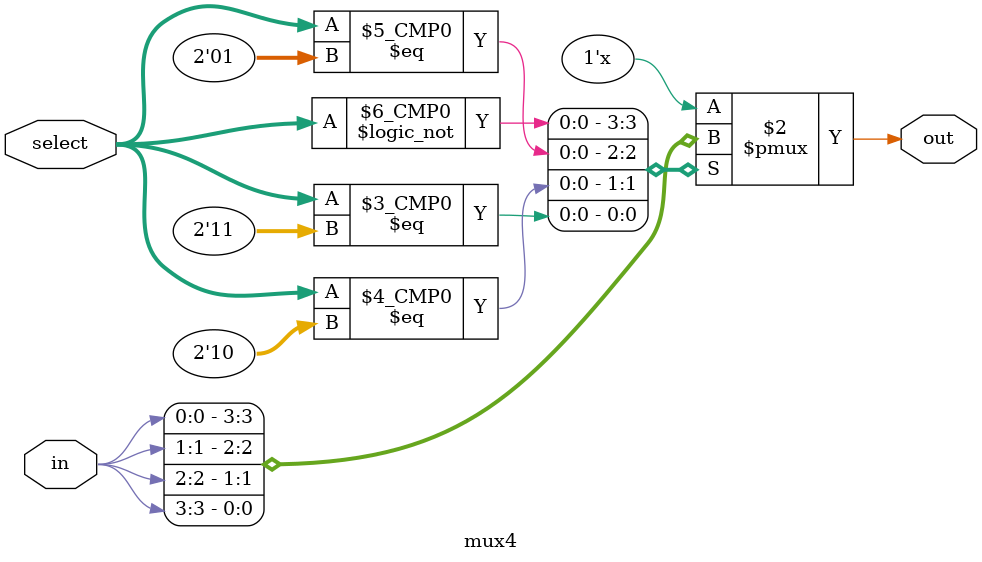
<source format=v>
module mux4(
  input [3:0] in,
  input [1:0] select,
  output reg out
);
  always @(*) begin
    // Here we use "case" to assign different values to "out" depending on the
    // value of "select".
    case (select)
      0: out = in[0];
      1: out = in[1];
      2: out = in[2];
      3: out = in[3];
    endcase
  end
endmodule
</source>
